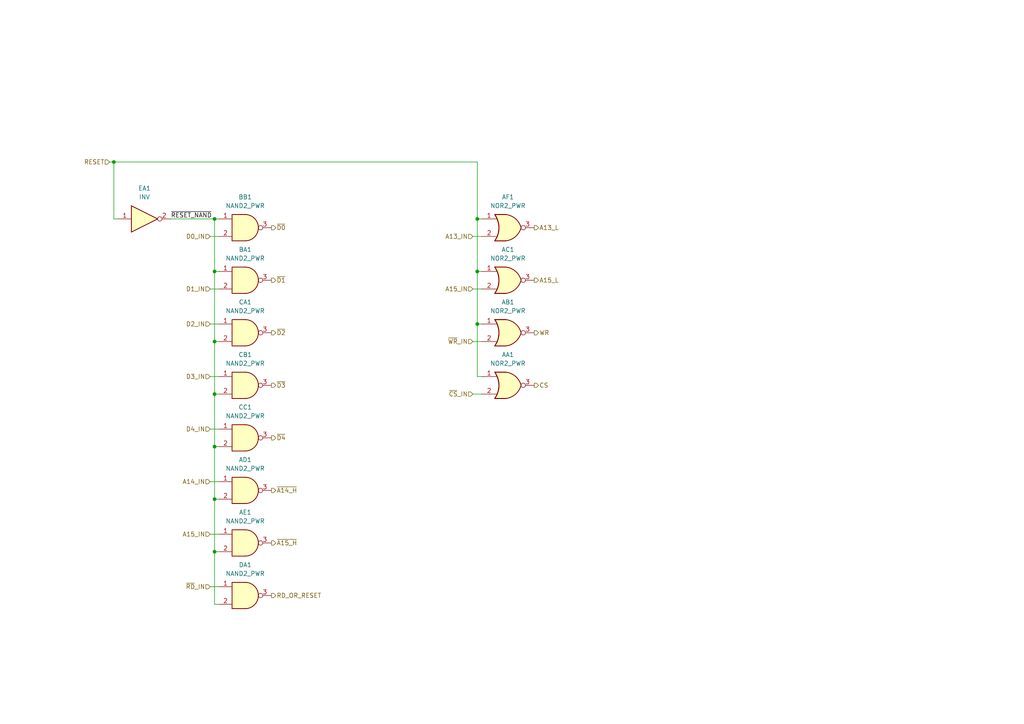
<source format=kicad_sch>
(kicad_sch (version 20231120) (generator "eeschema") (generator_version "8.0")
  (paper "A4")
  (title_block (title "MBC1B - Input Gating") (date "2024-04-07") (rev "A") (company "https://gekkio.fi") (comment 1 "https://github.com/Gekkio/gb-research"))
  (lib_symbols
    (symbol "MBC1B:INV" (pin_names (offset 1.016) hide)
      (property "Reference" "U" (at 0 5.08 0))
      (property "Value" "INV" (at 0 -5.08 0))
      (symbol "INV_1_0"
        (polyline (pts (xy -3.81 3.81) (xy -3.81 -3.81) (xy 3.81 0) (xy -3.81 3.81)) (stroke (width 0.254)) (fill (type background)))
        (pin input line (at -7.62 0 0) (length 3.81) (name "A") (number "1"))
        (pin output inverted (at 7.62 0 180) (length 3.81) (name "Y") (number "2"))
      )
    )
    (symbol "MBC1B:NAND2_PWR" (pin_names (offset 1.016) hide)
      (property "Reference" "U" (at 0 5.08 0))
      (property "Value" "NAND2_PWR" (at 0 -5.08 0))
      (symbol "NAND2_PWR_1_1"
        (arc (start 0 -3.81) (mid 3.7934 0) (end 0 3.81) (stroke (width 0.254)) (fill (type background)))
        (polyline (pts (xy 0 3.81) (xy -3.81 3.81) (xy -3.81 -3.81) (xy 0 -3.81)) (stroke (width 0.254)) (fill (type background)))
        (pin input line (at -7.62 2.54 0) (length 3.81) (name "A") (number "1"))
        (pin input line (at -7.62 -2.54 0) (length 3.81) (name "B") (number "2"))
        (pin output inverted (at 7.62 0 180) (length 3.81) (name "Y") (number "3"))
      )
    )
    (symbol "MBC1B:NOR2_PWR" (pin_names (offset 1.016) hide)
      (property "Reference" "U" (at 0 5.08 0))
      (property "Value" "NOR2_PWR" (at 0 -5.08 0))
      (symbol "NOR2_PWR_1_1"
        (arc (start -3.81 -3.81) (mid -2.589 0) (end -3.81 3.81) (stroke (width 0.254)))
        (arc (start -0.6096 -3.81) (mid 2.1855 -2.584) (end 3.81 0) (stroke (width 0.254)) (fill (type background)))
        (polyline (pts (xy -3.81 -3.81) (xy -0.635 -3.81)) (stroke (width 0.254)) (fill (type background)))
        (polyline (pts (xy -3.81 3.81) (xy -0.635 3.81)) (stroke (width 0.254)) (fill (type background)))
        (polyline (pts (xy -0.635 3.81) (xy -3.81 3.81) (xy -3.81 3.81) (xy -3.556 3.4036) (xy -3.0226 2.2606) (xy -2.6924 1.0414) (xy -2.6162 -0.254) (xy -2.7686 -1.4986) (xy -3.175 -2.7178) (xy -3.81 -3.81) (xy -3.81 -3.81) (xy -0.635 -3.81)) (stroke (width 0.254)) (fill (type background)))
        (arc (start 3.81 0) (mid 2.1928 2.5925) (end -0.6096 3.81) (stroke (width 0.254)) (fill (type background)))
        (pin input line (at -7.62 2.54 0) (length 4.318) (name "A") (number "1"))
        (pin input line (at -7.62 -2.54 0) (length 4.318) (name "B") (number "2"))
        (pin output inverted (at 7.62 0 180) (length 3.81) (name "Y") (number "3"))
      )
    )
  )
  (junction (at 62.23 78.74))
  (junction (at 138.43 93.98))
  (junction (at 62.23 63.5))
  (junction (at 62.23 160.02))
  (junction (at 138.43 78.74))
  (junction (at 33.02 46.99))
  (junction (at 62.23 129.54))
  (junction (at 62.23 114.3))
  (junction (at 138.43 63.5))
  (junction (at 62.23 144.78))
  (junction (at 62.23 99.06))
  (wire (pts (xy 63.5 78.74) (xy 62.23 78.74)))
  (wire (pts (xy 60.96 170.18) (xy 63.5 170.18)))
  (wire (pts (xy 138.43 63.5) (xy 138.43 78.74)))
  (wire (pts (xy 62.23 63.5) (xy 63.5 63.5)))
  (wire (pts (xy 63.5 175.26) (xy 62.23 175.26)))
  (wire (pts (xy 62.23 78.74) (xy 62.23 99.06)))
  (wire (pts (xy 138.43 78.74) (xy 139.7 78.74)))
  (wire (pts (xy 60.96 124.46) (xy 63.5 124.46)))
  (wire (pts (xy 33.02 46.99) (xy 33.02 63.5)))
  (wire (pts (xy 62.23 144.78) (xy 63.5 144.78)))
  (wire (pts (xy 63.5 129.54) (xy 62.23 129.54)))
  (wire (pts (xy 49.53 63.5) (xy 62.23 63.5)))
  (wire (pts (xy 60.96 83.82) (xy 63.5 83.82)))
  (wire (pts (xy 60.96 93.98) (xy 63.5 93.98)))
  (wire (pts (xy 62.23 129.54) (xy 62.23 114.3)))
  (wire (pts (xy 138.43 109.22) (xy 138.43 93.98)))
  (wire (pts (xy 60.96 154.94) (xy 63.5 154.94)))
  (wire (pts (xy 33.02 46.99) (xy 138.43 46.99)))
  (wire (pts (xy 138.43 46.99) (xy 138.43 63.5)))
  (wire (pts (xy 62.23 175.26) (xy 62.23 160.02)))
  (wire (pts (xy 138.43 93.98) (xy 138.43 78.74)))
  (wire (pts (xy 31.75 46.99) (xy 33.02 46.99)))
  (wire (pts (xy 137.16 68.58) (xy 139.7 68.58)))
  (wire (pts (xy 63.5 99.06) (xy 62.23 99.06)))
  (wire (pts (xy 138.43 63.5) (xy 139.7 63.5)))
  (wire (pts (xy 62.23 129.54) (xy 62.23 144.78)))
  (wire (pts (xy 138.43 93.98) (xy 139.7 93.98)))
  (wire (pts (xy 62.23 78.74) (xy 62.23 63.5)))
  (wire (pts (xy 137.16 83.82) (xy 139.7 83.82)))
  (wire (pts (xy 139.7 109.22) (xy 138.43 109.22)))
  (wire (pts (xy 137.16 114.3) (xy 139.7 114.3)))
  (wire (pts (xy 60.96 139.7) (xy 63.5 139.7)))
  (wire (pts (xy 63.5 114.3) (xy 62.23 114.3)))
  (wire (pts (xy 33.02 63.5) (xy 34.29 63.5)))
  (wire (pts (xy 60.96 109.22) (xy 63.5 109.22)))
  (wire (pts (xy 62.23 99.06) (xy 62.23 114.3)))
  (wire (pts (xy 62.23 160.02) (xy 63.5 160.02)))
  (wire (pts (xy 137.16 99.06) (xy 139.7 99.06)))
  (wire (pts (xy 62.23 144.78) (xy 62.23 160.02)))
  (wire (pts (xy 60.96 68.58) (xy 63.5 68.58)))
  (label "~{RESET_NAND}" (at 49.53 63.5 0))
  (hierarchical_label "~{D1}" (shape output) (at 78.74 81.28 0))
  (hierarchical_label "~{D0}" (shape output) (at 78.74 66.04 0))
  (hierarchical_label "WR" (shape output) (at 154.94 96.52 0))
  (hierarchical_label "D0_IN" (shape input) (at 60.96 68.58 180))
  (hierarchical_label "~{WR}_IN" (shape input) (at 137.16 99.06 180))
  (hierarchical_label "A13_L" (shape output) (at 154.94 66.04 0))
  (hierarchical_label "A13_IN" (shape input) (at 137.16 68.58 180))
  (hierarchical_label "A15_L" (shape output) (at 154.94 81.28 0))
  (hierarchical_label "D1_IN" (shape input) (at 60.96 83.82 180))
  (hierarchical_label "RD_OR_RESET" (shape output) (at 78.74 172.72 0))
  (hierarchical_label "D4_IN" (shape input) (at 60.96 124.46 180))
  (hierarchical_label "A15_IN" (shape input) (at 60.96 154.94 180))
  (hierarchical_label "~{A15_H}" (shape output) (at 78.74 157.48 0))
  (hierarchical_label "~{D4}" (shape output) (at 78.74 127 0))
  (hierarchical_label "~{A14_H}" (shape output) (at 78.74 142.24 0))
  (hierarchical_label "D2_IN" (shape input) (at 60.96 93.98 180))
  (hierarchical_label "~{D2}" (shape output) (at 78.74 96.52 0))
  (hierarchical_label "A15_IN" (shape input) (at 137.16 83.82 180))
  (hierarchical_label "A14_IN" (shape input) (at 60.96 139.7 180))
  (hierarchical_label "CS" (shape output) (at 154.94 111.76 0))
  (hierarchical_label "RESET" (shape input) (at 31.75 46.99 180))
  (hierarchical_label "~{D3}" (shape output) (at 78.74 111.76 0))
  (hierarchical_label "D3_IN" (shape input) (at 60.96 109.22 180))
  (hierarchical_label "~{RD}_IN" (shape input) (at 60.96 170.18 180))
  (hierarchical_label "~{CS}_IN" (shape input) (at 137.16 114.3 180))
  (symbol (lib_id "MBC1B:NAND2_PWR") (at 71.12 157.48 0) (unit 1)
    (property "Reference" "AE1" (at 71.12 148.59 0))
    (property "Value" "NAND2_PWR" (at 71.12 151.13 0))
  )
  (symbol (lib_id "MBC1B:INV") (at 41.91 63.5 0) (unit 1)
    (property "Reference" "EA1" (at 41.91 54.61 0))
    (property "Value" "INV" (at 41.91 57.15 0))
  )
  (symbol (lib_id "MBC1B:NOR2_PWR") (at 147.32 96.52 0) (unit 1)
    (property "Reference" "AB1" (at 147.32 87.63 0))
    (property "Value" "NOR2_PWR" (at 147.32 90.17 0))
  )
  (symbol (lib_id "MBC1B:NOR2_PWR") (at 147.32 111.76 0) (unit 1)
    (property "Reference" "AA1" (at 147.32 102.87 0))
    (property "Value" "NOR2_PWR" (at 147.32 105.41 0))
  )
  (symbol (lib_id "MBC1B:NAND2_PWR") (at 71.12 96.52 0) (unit 1)
    (property "Reference" "CA1" (at 71.12 87.63 0))
    (property "Value" "NAND2_PWR" (at 71.12 90.17 0))
  )
  (symbol (lib_id "MBC1B:NAND2_PWR") (at 71.12 172.72 0) (unit 1)
    (property "Reference" "DA1" (at 71.12 163.83 0))
    (property "Value" "NAND2_PWR" (at 71.12 166.37 0))
  )
  (symbol (lib_id "MBC1B:NAND2_PWR") (at 71.12 66.04 0) (unit 1)
    (property "Reference" "BB1" (at 71.12 57.15 0))
    (property "Value" "NAND2_PWR" (at 71.12 59.69 0))
  )
  (symbol (lib_id "MBC1B:NOR2_PWR") (at 147.32 81.28 0) (unit 1)
    (property "Reference" "AC1" (at 147.32 72.39 0))
    (property "Value" "NOR2_PWR" (at 147.32 74.93 0))
  )
  (symbol (lib_id "MBC1B:NAND2_PWR") (at 71.12 111.76 0) (unit 1)
    (property "Reference" "CB1" (at 71.12 102.87 0))
    (property "Value" "NAND2_PWR" (at 71.12 105.41 0))
  )
  (symbol (lib_id "MBC1B:NAND2_PWR") (at 71.12 127 0) (unit 1)
    (property "Reference" "CC1" (at 71.12 118.11 0))
    (property "Value" "NAND2_PWR" (at 71.12 120.65 0))
  )
  (symbol (lib_id "MBC1B:NOR2_PWR") (at 147.32 66.04 0) (unit 1)
    (property "Reference" "AF1" (at 147.32 57.15 0))
    (property "Value" "NOR2_PWR" (at 147.32 59.69 0))
  )
  (symbol (lib_id "MBC1B:NAND2_PWR") (at 71.12 81.28 0) (unit 1)
    (property "Reference" "BA1" (at 71.12 72.39 0))
    (property "Value" "NAND2_PWR" (at 71.12 74.93 0))
  )
  (symbol (lib_id "MBC1B:NAND2_PWR") (at 71.12 142.24 0) (unit 1)
    (property "Reference" "AD1" (at 71.12 133.35 0))
    (property "Value" "NAND2_PWR" (at 71.12 135.89 0))
  )
)
</source>
